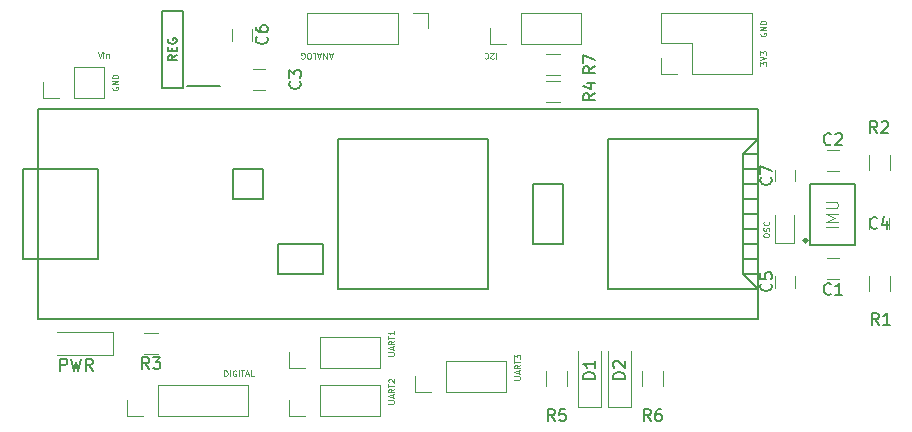
<source format=gbr>
G04 #@! TF.GenerationSoftware,KiCad,Pcbnew,(5.0.2)-1*
G04 #@! TF.CreationDate,2019-02-13T01:18:52+00:00*
G04 #@! TF.ProjectId,TeensyBikeShield,5465656e-7379-4426-996b-65536869656c,rev?*
G04 #@! TF.SameCoordinates,Original*
G04 #@! TF.FileFunction,Legend,Top*
G04 #@! TF.FilePolarity,Positive*
%FSLAX46Y46*%
G04 Gerber Fmt 4.6, Leading zero omitted, Abs format (unit mm)*
G04 Created by KiCad (PCBNEW (5.0.2)-1) date 13/02/2019 01:18:52*
%MOMM*%
%LPD*%
G01*
G04 APERTURE LIST*
%ADD10C,0.125000*%
%ADD11C,0.120000*%
%ADD12C,0.200000*%
%ADD13C,0.127000*%
%ADD14C,0.304800*%
%ADD15C,0.150000*%
%ADD16C,0.187500*%
%ADD17C,0.050000*%
G04 APERTURE END LIST*
D10*
X34294000Y-27304952D02*
X34270190Y-27352571D01*
X34270190Y-27424000D01*
X34294000Y-27495428D01*
X34341619Y-27543047D01*
X34389238Y-27566857D01*
X34484476Y-27590666D01*
X34555904Y-27590666D01*
X34651142Y-27566857D01*
X34698761Y-27543047D01*
X34746380Y-27495428D01*
X34770190Y-27424000D01*
X34770190Y-27376380D01*
X34746380Y-27304952D01*
X34722571Y-27281142D01*
X34555904Y-27281142D01*
X34555904Y-27376380D01*
X34770190Y-27066857D02*
X34270190Y-27066857D01*
X34770190Y-26781142D01*
X34270190Y-26781142D01*
X34770190Y-26543047D02*
X34270190Y-26543047D01*
X34270190Y-26424000D01*
X34294000Y-26352571D01*
X34341619Y-26304952D01*
X34389238Y-26281142D01*
X34484476Y-26257333D01*
X34555904Y-26257333D01*
X34651142Y-26281142D01*
X34698761Y-26304952D01*
X34746380Y-26352571D01*
X34770190Y-26424000D01*
X34770190Y-26543047D01*
X89158000Y-22732952D02*
X89134190Y-22780571D01*
X89134190Y-22852000D01*
X89158000Y-22923428D01*
X89205619Y-22971047D01*
X89253238Y-22994857D01*
X89348476Y-23018666D01*
X89419904Y-23018666D01*
X89515142Y-22994857D01*
X89562761Y-22971047D01*
X89610380Y-22923428D01*
X89634190Y-22852000D01*
X89634190Y-22804380D01*
X89610380Y-22732952D01*
X89586571Y-22709142D01*
X89419904Y-22709142D01*
X89419904Y-22804380D01*
X89634190Y-22494857D02*
X89134190Y-22494857D01*
X89634190Y-22209142D01*
X89134190Y-22209142D01*
X89634190Y-21971047D02*
X89134190Y-21971047D01*
X89134190Y-21852000D01*
X89158000Y-21780571D01*
X89205619Y-21732952D01*
X89253238Y-21709142D01*
X89348476Y-21685333D01*
X89419904Y-21685333D01*
X89515142Y-21709142D01*
X89562761Y-21732952D01*
X89610380Y-21780571D01*
X89634190Y-21852000D01*
X89634190Y-21971047D01*
X89134190Y-25511047D02*
X89134190Y-25201523D01*
X89324666Y-25368190D01*
X89324666Y-25296761D01*
X89348476Y-25249142D01*
X89372285Y-25225333D01*
X89419904Y-25201523D01*
X89538952Y-25201523D01*
X89586571Y-25225333D01*
X89610380Y-25249142D01*
X89634190Y-25296761D01*
X89634190Y-25439619D01*
X89610380Y-25487238D01*
X89586571Y-25511047D01*
X89134190Y-25058666D02*
X89634190Y-24892000D01*
X89134190Y-24725333D01*
X89134190Y-24606285D02*
X89134190Y-24296761D01*
X89324666Y-24463428D01*
X89324666Y-24392000D01*
X89348476Y-24344380D01*
X89372285Y-24320571D01*
X89419904Y-24296761D01*
X89538952Y-24296761D01*
X89586571Y-24320571D01*
X89610380Y-24344380D01*
X89634190Y-24392000D01*
X89634190Y-24534857D01*
X89610380Y-24582476D01*
X89586571Y-24606285D01*
D11*
G04 #@! TO.C,ANALOG*
X50740000Y-21022000D02*
X50740000Y-23682000D01*
X58420000Y-21022000D02*
X50740000Y-21022000D01*
X58420000Y-23682000D02*
X50740000Y-23682000D01*
X58420000Y-21022000D02*
X58420000Y-23682000D01*
X59690000Y-21022000D02*
X61020000Y-21022000D01*
X61020000Y-21022000D02*
X61020000Y-22352000D01*
G04 #@! TO.C,C1*
X95770000Y-41822000D02*
X94770000Y-41822000D01*
X94770000Y-43522000D02*
X95770000Y-43522000D01*
G04 #@! TO.C,C2*
X94770000Y-34378000D02*
X95770000Y-34378000D01*
X95770000Y-32678000D02*
X94770000Y-32678000D01*
G04 #@! TO.C,C3*
X46216000Y-27520000D02*
X47216000Y-27520000D01*
X47216000Y-25820000D02*
X46216000Y-25820000D01*
G04 #@! TO.C,C4*
X98337000Y-38362000D02*
X98337000Y-39362000D01*
X100037000Y-39362000D02*
X100037000Y-38362000D01*
G04 #@! TO.C,C5*
X90336000Y-43295000D02*
X90336000Y-44295000D01*
X92036000Y-44295000D02*
X92036000Y-43295000D01*
G04 #@! TO.C,C6*
X46062000Y-23380000D02*
X46062000Y-22380000D01*
X44362000Y-22380000D02*
X44362000Y-23380000D01*
G04 #@! TO.C,C7*
X90336000Y-34298000D02*
X90336000Y-35298000D01*
X92036000Y-35298000D02*
X92036000Y-34298000D01*
G04 #@! TO.C,D1*
X73726000Y-54376000D02*
X75626000Y-54376000D01*
X75626000Y-54376000D02*
X75626000Y-49676000D01*
X73726000Y-54376000D02*
X73726000Y-49676000D01*
G04 #@! TO.C,D2*
X76266000Y-54376000D02*
X76266000Y-49676000D01*
X78166000Y-54376000D02*
X78166000Y-49676000D01*
X76266000Y-54376000D02*
X78166000Y-54376000D01*
G04 #@! TO.C,DIGITAL*
X35500000Y-55178000D02*
X35500000Y-53848000D01*
X36830000Y-55178000D02*
X35500000Y-55178000D01*
X38100000Y-55178000D02*
X38100000Y-52518000D01*
X38100000Y-52518000D02*
X45780000Y-52518000D01*
X38100000Y-55178000D02*
X45780000Y-55178000D01*
X45780000Y-55178000D02*
X45780000Y-52518000D01*
G04 #@! TO.C,I2C*
X66234000Y-23682000D02*
X66234000Y-22352000D01*
X67564000Y-23682000D02*
X66234000Y-23682000D01*
X68834000Y-23682000D02*
X68834000Y-21022000D01*
X68834000Y-21022000D02*
X73974000Y-21022000D01*
X68834000Y-23682000D02*
X73974000Y-23682000D01*
X73974000Y-23682000D02*
X73974000Y-21022000D01*
D12*
G04 #@! TO.C,REG*
X40245000Y-27380000D02*
X38495000Y-27380000D01*
X38495000Y-27380000D02*
X38495000Y-20880000D01*
X38495000Y-20880000D02*
X40245000Y-20880000D01*
X40245000Y-20880000D02*
X40245000Y-27380000D01*
X43345000Y-27255000D02*
X40595000Y-27255000D01*
D13*
G04 #@! TO.C,IMU*
X93350000Y-40700000D02*
X97150000Y-40700000D01*
X97150000Y-40700000D02*
X97150000Y-35500000D01*
X97150000Y-35500000D02*
X93350000Y-35500000D01*
X93350000Y-35500000D02*
X93350000Y-40700000D01*
D14*
X93050000Y-40300000D02*
G75*
G03X93050000Y-40300000I-100000J0D01*
G01*
D11*
G04 #@! TO.C,OSC*
X91986000Y-40508000D02*
X91986000Y-38108000D01*
X90386000Y-40508000D02*
X91986000Y-40508000D01*
X90386000Y-38108000D02*
X90386000Y-40508000D01*
G04 #@! TO.C,Vin*
X28388000Y-28254000D02*
X28388000Y-26924000D01*
X29718000Y-28254000D02*
X28388000Y-28254000D01*
X30988000Y-28254000D02*
X30988000Y-25594000D01*
X30988000Y-25594000D02*
X33588000Y-25594000D01*
X30988000Y-28254000D02*
X33588000Y-28254000D01*
X33588000Y-28254000D02*
X33588000Y-25594000D01*
G04 #@! TO.C,PWR*
X34310000Y-49972000D02*
X29610000Y-49972000D01*
X34310000Y-48072000D02*
X29610000Y-48072000D01*
X34310000Y-49972000D02*
X34310000Y-48072000D01*
G04 #@! TO.C,R1*
X100067000Y-43342000D02*
X100067000Y-44542000D01*
X98307000Y-44542000D02*
X98307000Y-43342000D01*
G04 #@! TO.C,R2*
X100067000Y-33102000D02*
X100067000Y-34302000D01*
X98307000Y-34302000D02*
X98307000Y-33102000D01*
G04 #@! TO.C,R3*
X38145000Y-49902000D02*
X36945000Y-49902000D01*
X36945000Y-48142000D02*
X38145000Y-48142000D01*
G04 #@! TO.C,R4*
X72150520Y-28566000D02*
X70950520Y-28566000D01*
X70950520Y-26806000D02*
X72150520Y-26806000D01*
G04 #@! TO.C,R5*
X71002000Y-52590000D02*
X71002000Y-51390000D01*
X72762000Y-51390000D02*
X72762000Y-52590000D01*
G04 #@! TO.C,R6*
X80890000Y-51390000D02*
X80890000Y-52590000D01*
X79130000Y-52590000D02*
X79130000Y-51390000D01*
G04 #@! TO.C,R7*
X70948000Y-24520000D02*
X72148000Y-24520000D01*
X72148000Y-26280000D02*
X70948000Y-26280000D01*
D15*
G04 #@! TO.C,*
X44450000Y-34290000D02*
X44450000Y-36830000D01*
X44450000Y-36830000D02*
X46990000Y-36830000D01*
X46990000Y-36830000D02*
X46990000Y-34290000D01*
X46990000Y-34290000D02*
X44450000Y-34290000D01*
X52070000Y-43180000D02*
X48260000Y-43180000D01*
X48260000Y-43180000D02*
X48260000Y-40640000D01*
X48260000Y-40640000D02*
X52070000Y-40640000D01*
X52070000Y-40640000D02*
X52070000Y-43180000D01*
X66040000Y-44450000D02*
X66040000Y-31750000D01*
X53340000Y-31750000D02*
X53340000Y-44450000D01*
X53340000Y-44450000D02*
X66040000Y-44450000D01*
X53340000Y-31750000D02*
X66040000Y-31750000D01*
X87630000Y-43180000D02*
X88900000Y-43180000D01*
X87630000Y-41910000D02*
X88900000Y-41910000D01*
X87630000Y-40640000D02*
X88900000Y-40640000D01*
X87630000Y-39370000D02*
X88900000Y-39370000D01*
X87630000Y-38100000D02*
X88900000Y-38100000D01*
X87630000Y-36830000D02*
X88900000Y-36830000D01*
X87630000Y-35560000D02*
X88900000Y-35560000D01*
X87630000Y-34290000D02*
X88900000Y-34290000D01*
X87630000Y-33020000D02*
X88900000Y-33020000D01*
X88900000Y-44450000D02*
X87630000Y-43180000D01*
X87630000Y-43180000D02*
X87630000Y-33020000D01*
X87630000Y-33020000D02*
X88900000Y-31750000D01*
X88900000Y-31750000D02*
X76200000Y-31750000D01*
X76200000Y-31750000D02*
X76200000Y-44450000D01*
X76200000Y-44450000D02*
X88900000Y-44450000D01*
X88900000Y-29210000D02*
X27940000Y-29210000D01*
X27940000Y-46990000D02*
X88900000Y-46990000D01*
X27940000Y-41910000D02*
X26670000Y-41910000D01*
X26670000Y-41910000D02*
X26670000Y-34290000D01*
X26670000Y-34290000D02*
X27940000Y-34290000D01*
X33020000Y-41910000D02*
X33020000Y-34290000D01*
X33020000Y-34290000D02*
X27940000Y-34290000D01*
X33020000Y-41910000D02*
X27940000Y-41910000D01*
X72390000Y-35560000D02*
X72390000Y-40640000D01*
X72390000Y-40640000D02*
X69850000Y-40640000D01*
X69850000Y-40640000D02*
X69850000Y-35560000D01*
X69850000Y-35560000D02*
X72390000Y-35560000D01*
X88900000Y-29210000D02*
X88900000Y-46990000D01*
X27940000Y-46990000D02*
X27940000Y-29210000D01*
D11*
G04 #@! TO.C,UART1*
X56956000Y-51114000D02*
X56956000Y-48454000D01*
X51816000Y-51114000D02*
X56956000Y-51114000D01*
X51816000Y-48454000D02*
X56956000Y-48454000D01*
X51816000Y-51114000D02*
X51816000Y-48454000D01*
X50546000Y-51114000D02*
X49216000Y-51114000D01*
X49216000Y-51114000D02*
X49216000Y-49784000D01*
G04 #@! TO.C,UART2*
X49216000Y-55178000D02*
X49216000Y-53848000D01*
X50546000Y-55178000D02*
X49216000Y-55178000D01*
X51816000Y-55178000D02*
X51816000Y-52518000D01*
X51816000Y-52518000D02*
X56956000Y-52518000D01*
X51816000Y-55178000D02*
X56956000Y-55178000D01*
X56956000Y-55178000D02*
X56956000Y-52518000D01*
G04 #@! TO.C,UART3*
X67624000Y-53146000D02*
X67624000Y-50486000D01*
X62484000Y-53146000D02*
X67624000Y-53146000D01*
X62484000Y-50486000D02*
X67624000Y-50486000D01*
X62484000Y-53146000D02*
X62484000Y-50486000D01*
X61214000Y-53146000D02*
X59884000Y-53146000D01*
X59884000Y-53146000D02*
X59884000Y-51816000D01*
G04 #@! TO.C,*
X88452000Y-26222000D02*
X88452000Y-21022000D01*
X83312000Y-26222000D02*
X88452000Y-26222000D01*
X80712000Y-21022000D02*
X88452000Y-21022000D01*
X83312000Y-26222000D02*
X83312000Y-23622000D01*
X83312000Y-23622000D02*
X80712000Y-23622000D01*
X80712000Y-23622000D02*
X80712000Y-21022000D01*
X82042000Y-26222000D02*
X80712000Y-26222000D01*
X80712000Y-26222000D02*
X80712000Y-24892000D01*
D15*
G04 #@! TO.C,ANALOG*
D10*
X52871523Y-24554666D02*
X52633428Y-24554666D01*
X52919142Y-24411809D02*
X52752476Y-24911809D01*
X52585809Y-24411809D01*
X52419142Y-24411809D02*
X52419142Y-24911809D01*
X52133428Y-24411809D01*
X52133428Y-24911809D01*
X51919142Y-24554666D02*
X51681047Y-24554666D01*
X51966761Y-24411809D02*
X51800095Y-24911809D01*
X51633428Y-24411809D01*
X51228666Y-24411809D02*
X51466761Y-24411809D01*
X51466761Y-24911809D01*
X50966761Y-24911809D02*
X50871523Y-24911809D01*
X50823904Y-24888000D01*
X50776285Y-24840380D01*
X50752476Y-24745142D01*
X50752476Y-24578476D01*
X50776285Y-24483238D01*
X50823904Y-24435619D01*
X50871523Y-24411809D01*
X50966761Y-24411809D01*
X51014380Y-24435619D01*
X51062000Y-24483238D01*
X51085809Y-24578476D01*
X51085809Y-24745142D01*
X51062000Y-24840380D01*
X51014380Y-24888000D01*
X50966761Y-24911809D01*
X50276285Y-24888000D02*
X50323904Y-24911809D01*
X50395333Y-24911809D01*
X50466761Y-24888000D01*
X50514380Y-24840380D01*
X50538190Y-24792761D01*
X50562000Y-24697523D01*
X50562000Y-24626095D01*
X50538190Y-24530857D01*
X50514380Y-24483238D01*
X50466761Y-24435619D01*
X50395333Y-24411809D01*
X50347714Y-24411809D01*
X50276285Y-24435619D01*
X50252476Y-24459428D01*
X50252476Y-24626095D01*
X50347714Y-24626095D01*
G04 #@! TO.C,C1*
D15*
X95103333Y-44807142D02*
X95055714Y-44854761D01*
X94912857Y-44902380D01*
X94817619Y-44902380D01*
X94674761Y-44854761D01*
X94579523Y-44759523D01*
X94531904Y-44664285D01*
X94484285Y-44473809D01*
X94484285Y-44330952D01*
X94531904Y-44140476D01*
X94579523Y-44045238D01*
X94674761Y-43950000D01*
X94817619Y-43902380D01*
X94912857Y-43902380D01*
X95055714Y-43950000D01*
X95103333Y-43997619D01*
X96055714Y-44902380D02*
X95484285Y-44902380D01*
X95770000Y-44902380D02*
X95770000Y-43902380D01*
X95674761Y-44045238D01*
X95579523Y-44140476D01*
X95484285Y-44188095D01*
G04 #@! TO.C,C2*
X95103333Y-32135142D02*
X95055714Y-32182761D01*
X94912857Y-32230380D01*
X94817619Y-32230380D01*
X94674761Y-32182761D01*
X94579523Y-32087523D01*
X94531904Y-31992285D01*
X94484285Y-31801809D01*
X94484285Y-31658952D01*
X94531904Y-31468476D01*
X94579523Y-31373238D01*
X94674761Y-31278000D01*
X94817619Y-31230380D01*
X94912857Y-31230380D01*
X95055714Y-31278000D01*
X95103333Y-31325619D01*
X95484285Y-31325619D02*
X95531904Y-31278000D01*
X95627142Y-31230380D01*
X95865238Y-31230380D01*
X95960476Y-31278000D01*
X96008095Y-31325619D01*
X96055714Y-31420857D01*
X96055714Y-31516095D01*
X96008095Y-31658952D01*
X95436666Y-32230380D01*
X96055714Y-32230380D01*
G04 #@! TO.C,C3*
X50141142Y-26836666D02*
X50188761Y-26884285D01*
X50236380Y-27027142D01*
X50236380Y-27122380D01*
X50188761Y-27265238D01*
X50093523Y-27360476D01*
X49998285Y-27408095D01*
X49807809Y-27455714D01*
X49664952Y-27455714D01*
X49474476Y-27408095D01*
X49379238Y-27360476D01*
X49284000Y-27265238D01*
X49236380Y-27122380D01*
X49236380Y-27027142D01*
X49284000Y-26884285D01*
X49331619Y-26836666D01*
X49236380Y-26503333D02*
X49236380Y-25884285D01*
X49617333Y-26217619D01*
X49617333Y-26074761D01*
X49664952Y-25979523D01*
X49712571Y-25931904D01*
X49807809Y-25884285D01*
X50045904Y-25884285D01*
X50141142Y-25931904D01*
X50188761Y-25979523D01*
X50236380Y-26074761D01*
X50236380Y-26360476D01*
X50188761Y-26455714D01*
X50141142Y-26503333D01*
G04 #@! TO.C,C4*
X99020333Y-39219142D02*
X98972714Y-39266761D01*
X98829857Y-39314380D01*
X98734619Y-39314380D01*
X98591761Y-39266761D01*
X98496523Y-39171523D01*
X98448904Y-39076285D01*
X98401285Y-38885809D01*
X98401285Y-38742952D01*
X98448904Y-38552476D01*
X98496523Y-38457238D01*
X98591761Y-38362000D01*
X98734619Y-38314380D01*
X98829857Y-38314380D01*
X98972714Y-38362000D01*
X99020333Y-38409619D01*
X99877476Y-38647714D02*
X99877476Y-39314380D01*
X99639380Y-38266761D02*
X99401285Y-38981047D01*
X100020333Y-38981047D01*
G04 #@! TO.C,C5*
X90019142Y-43961666D02*
X90066761Y-44009285D01*
X90114380Y-44152142D01*
X90114380Y-44247380D01*
X90066761Y-44390238D01*
X89971523Y-44485476D01*
X89876285Y-44533095D01*
X89685809Y-44580714D01*
X89542952Y-44580714D01*
X89352476Y-44533095D01*
X89257238Y-44485476D01*
X89162000Y-44390238D01*
X89114380Y-44247380D01*
X89114380Y-44152142D01*
X89162000Y-44009285D01*
X89209619Y-43961666D01*
X89114380Y-43056904D02*
X89114380Y-43533095D01*
X89590571Y-43580714D01*
X89542952Y-43533095D01*
X89495333Y-43437857D01*
X89495333Y-43199761D01*
X89542952Y-43104523D01*
X89590571Y-43056904D01*
X89685809Y-43009285D01*
X89923904Y-43009285D01*
X90019142Y-43056904D01*
X90066761Y-43104523D01*
X90114380Y-43199761D01*
X90114380Y-43437857D01*
X90066761Y-43533095D01*
X90019142Y-43580714D01*
G04 #@! TO.C,C6*
X47319142Y-23046666D02*
X47366761Y-23094285D01*
X47414380Y-23237142D01*
X47414380Y-23332380D01*
X47366761Y-23475238D01*
X47271523Y-23570476D01*
X47176285Y-23618095D01*
X46985809Y-23665714D01*
X46842952Y-23665714D01*
X46652476Y-23618095D01*
X46557238Y-23570476D01*
X46462000Y-23475238D01*
X46414380Y-23332380D01*
X46414380Y-23237142D01*
X46462000Y-23094285D01*
X46509619Y-23046666D01*
X46414380Y-22189523D02*
X46414380Y-22380000D01*
X46462000Y-22475238D01*
X46509619Y-22522857D01*
X46652476Y-22618095D01*
X46842952Y-22665714D01*
X47223904Y-22665714D01*
X47319142Y-22618095D01*
X47366761Y-22570476D01*
X47414380Y-22475238D01*
X47414380Y-22284761D01*
X47366761Y-22189523D01*
X47319142Y-22141904D01*
X47223904Y-22094285D01*
X46985809Y-22094285D01*
X46890571Y-22141904D01*
X46842952Y-22189523D01*
X46795333Y-22284761D01*
X46795333Y-22475238D01*
X46842952Y-22570476D01*
X46890571Y-22618095D01*
X46985809Y-22665714D01*
G04 #@! TO.C,C7*
X90019142Y-34964666D02*
X90066761Y-35012285D01*
X90114380Y-35155142D01*
X90114380Y-35250380D01*
X90066761Y-35393238D01*
X89971523Y-35488476D01*
X89876285Y-35536095D01*
X89685809Y-35583714D01*
X89542952Y-35583714D01*
X89352476Y-35536095D01*
X89257238Y-35488476D01*
X89162000Y-35393238D01*
X89114380Y-35250380D01*
X89114380Y-35155142D01*
X89162000Y-35012285D01*
X89209619Y-34964666D01*
X89114380Y-34631333D02*
X89114380Y-33964666D01*
X90114380Y-34393238D01*
G04 #@! TO.C,D1*
X75128380Y-52014095D02*
X74128380Y-52014095D01*
X74128380Y-51776000D01*
X74176000Y-51633142D01*
X74271238Y-51537904D01*
X74366476Y-51490285D01*
X74556952Y-51442666D01*
X74699809Y-51442666D01*
X74890285Y-51490285D01*
X74985523Y-51537904D01*
X75080761Y-51633142D01*
X75128380Y-51776000D01*
X75128380Y-52014095D01*
X75128380Y-50490285D02*
X75128380Y-51061714D01*
X75128380Y-50776000D02*
X74128380Y-50776000D01*
X74271238Y-50871238D01*
X74366476Y-50966476D01*
X74414095Y-51061714D01*
G04 #@! TO.C,D2*
X77668380Y-52014095D02*
X76668380Y-52014095D01*
X76668380Y-51776000D01*
X76716000Y-51633142D01*
X76811238Y-51537904D01*
X76906476Y-51490285D01*
X77096952Y-51442666D01*
X77239809Y-51442666D01*
X77430285Y-51490285D01*
X77525523Y-51537904D01*
X77620761Y-51633142D01*
X77668380Y-51776000D01*
X77668380Y-52014095D01*
X76763619Y-51061714D02*
X76716000Y-51014095D01*
X76668380Y-50918857D01*
X76668380Y-50680761D01*
X76716000Y-50585523D01*
X76763619Y-50537904D01*
X76858857Y-50490285D01*
X76954095Y-50490285D01*
X77096952Y-50537904D01*
X77668380Y-51109333D01*
X77668380Y-50490285D01*
G04 #@! TO.C,DIGITAL*
D10*
X43731809Y-51788190D02*
X43731809Y-51288190D01*
X43850857Y-51288190D01*
X43922285Y-51312000D01*
X43969904Y-51359619D01*
X43993714Y-51407238D01*
X44017523Y-51502476D01*
X44017523Y-51573904D01*
X43993714Y-51669142D01*
X43969904Y-51716761D01*
X43922285Y-51764380D01*
X43850857Y-51788190D01*
X43731809Y-51788190D01*
X44231809Y-51788190D02*
X44231809Y-51288190D01*
X44731809Y-51312000D02*
X44684190Y-51288190D01*
X44612761Y-51288190D01*
X44541333Y-51312000D01*
X44493714Y-51359619D01*
X44469904Y-51407238D01*
X44446095Y-51502476D01*
X44446095Y-51573904D01*
X44469904Y-51669142D01*
X44493714Y-51716761D01*
X44541333Y-51764380D01*
X44612761Y-51788190D01*
X44660380Y-51788190D01*
X44731809Y-51764380D01*
X44755619Y-51740571D01*
X44755619Y-51573904D01*
X44660380Y-51573904D01*
X44969904Y-51788190D02*
X44969904Y-51288190D01*
X45136571Y-51288190D02*
X45422285Y-51288190D01*
X45279428Y-51788190D02*
X45279428Y-51288190D01*
X45565142Y-51645333D02*
X45803238Y-51645333D01*
X45517523Y-51788190D02*
X45684190Y-51288190D01*
X45850857Y-51788190D01*
X46255619Y-51788190D02*
X46017523Y-51788190D01*
X46017523Y-51288190D01*
G04 #@! TO.C,I2C*
X66782095Y-24411809D02*
X66782095Y-24911809D01*
X66567809Y-24864190D02*
X66544000Y-24888000D01*
X66496380Y-24911809D01*
X66377333Y-24911809D01*
X66329714Y-24888000D01*
X66305904Y-24864190D01*
X66282095Y-24816571D01*
X66282095Y-24768952D01*
X66305904Y-24697523D01*
X66591619Y-24411809D01*
X66282095Y-24411809D01*
X65782095Y-24459428D02*
X65805904Y-24435619D01*
X65877333Y-24411809D01*
X65924952Y-24411809D01*
X65996380Y-24435619D01*
X66044000Y-24483238D01*
X66067809Y-24530857D01*
X66091619Y-24626095D01*
X66091619Y-24697523D01*
X66067809Y-24792761D01*
X66044000Y-24840380D01*
X65996380Y-24888000D01*
X65924952Y-24911809D01*
X65877333Y-24911809D01*
X65805904Y-24888000D01*
X65782095Y-24864190D01*
G04 #@! TO.C,REG*
D16*
X39709285Y-24612142D02*
X39352142Y-24862142D01*
X39709285Y-25040714D02*
X38959285Y-25040714D01*
X38959285Y-24755000D01*
X38995000Y-24683571D01*
X39030714Y-24647857D01*
X39102142Y-24612142D01*
X39209285Y-24612142D01*
X39280714Y-24647857D01*
X39316428Y-24683571D01*
X39352142Y-24755000D01*
X39352142Y-25040714D01*
X39316428Y-24290714D02*
X39316428Y-24040714D01*
X39709285Y-23933571D02*
X39709285Y-24290714D01*
X38959285Y-24290714D01*
X38959285Y-23933571D01*
X38995000Y-23219285D02*
X38959285Y-23290714D01*
X38959285Y-23397857D01*
X38995000Y-23505000D01*
X39066428Y-23576428D01*
X39137857Y-23612142D01*
X39280714Y-23647857D01*
X39387857Y-23647857D01*
X39530714Y-23612142D01*
X39602142Y-23576428D01*
X39673571Y-23505000D01*
X39709285Y-23397857D01*
X39709285Y-23326428D01*
X39673571Y-23219285D01*
X39637857Y-23183571D01*
X39387857Y-23183571D01*
X39387857Y-23326428D01*
G04 #@! TO.C,IMU*
D17*
X95702837Y-39196344D02*
X94701827Y-39196344D01*
X95702837Y-38719672D02*
X94701827Y-38719672D01*
X95416835Y-38386002D01*
X94701827Y-38052332D01*
X95702837Y-38052332D01*
X94701827Y-37575661D02*
X95512169Y-37575661D01*
X95607503Y-37527994D01*
X95655170Y-37480327D01*
X95702837Y-37384992D01*
X95702837Y-37194324D01*
X95655170Y-37098990D01*
X95607503Y-37051322D01*
X95512169Y-37003655D01*
X94701827Y-37003655D01*
G04 #@! TO.C,OSC*
D10*
X89388190Y-39905714D02*
X89388190Y-39810476D01*
X89412000Y-39762857D01*
X89459619Y-39715238D01*
X89554857Y-39691428D01*
X89721523Y-39691428D01*
X89816761Y-39715238D01*
X89864380Y-39762857D01*
X89888190Y-39810476D01*
X89888190Y-39905714D01*
X89864380Y-39953333D01*
X89816761Y-40000952D01*
X89721523Y-40024761D01*
X89554857Y-40024761D01*
X89459619Y-40000952D01*
X89412000Y-39953333D01*
X89388190Y-39905714D01*
X89864380Y-39500952D02*
X89888190Y-39429523D01*
X89888190Y-39310476D01*
X89864380Y-39262857D01*
X89840571Y-39239047D01*
X89792952Y-39215238D01*
X89745333Y-39215238D01*
X89697714Y-39239047D01*
X89673904Y-39262857D01*
X89650095Y-39310476D01*
X89626285Y-39405714D01*
X89602476Y-39453333D01*
X89578666Y-39477142D01*
X89531047Y-39500952D01*
X89483428Y-39500952D01*
X89435809Y-39477142D01*
X89412000Y-39453333D01*
X89388190Y-39405714D01*
X89388190Y-39286666D01*
X89412000Y-39215238D01*
X89840571Y-38715238D02*
X89864380Y-38739047D01*
X89888190Y-38810476D01*
X89888190Y-38858095D01*
X89864380Y-38929523D01*
X89816761Y-38977142D01*
X89769142Y-39000952D01*
X89673904Y-39024761D01*
X89602476Y-39024761D01*
X89507238Y-39000952D01*
X89459619Y-38977142D01*
X89412000Y-38929523D01*
X89388190Y-38858095D01*
X89388190Y-38810476D01*
X89412000Y-38739047D01*
X89435809Y-38715238D01*
G04 #@! TO.C,Vin*
X33016095Y-24364190D02*
X33182761Y-24864190D01*
X33349428Y-24364190D01*
X33516095Y-24864190D02*
X33516095Y-24530857D01*
X33516095Y-24364190D02*
X33492285Y-24388000D01*
X33516095Y-24411809D01*
X33539904Y-24388000D01*
X33516095Y-24364190D01*
X33516095Y-24411809D01*
X33754190Y-24530857D02*
X33754190Y-24864190D01*
X33754190Y-24578476D02*
X33778000Y-24554666D01*
X33825619Y-24530857D01*
X33897047Y-24530857D01*
X33944666Y-24554666D01*
X33968476Y-24602285D01*
X33968476Y-24864190D01*
G04 #@! TO.C,PWR*
D15*
X29876666Y-51324380D02*
X29876666Y-50324380D01*
X30257619Y-50324380D01*
X30352857Y-50372000D01*
X30400476Y-50419619D01*
X30448095Y-50514857D01*
X30448095Y-50657714D01*
X30400476Y-50752952D01*
X30352857Y-50800571D01*
X30257619Y-50848190D01*
X29876666Y-50848190D01*
X30781428Y-50324380D02*
X31019523Y-51324380D01*
X31210000Y-50610095D01*
X31400476Y-51324380D01*
X31638571Y-50324380D01*
X32590952Y-51324380D02*
X32257619Y-50848190D01*
X32019523Y-51324380D02*
X32019523Y-50324380D01*
X32400476Y-50324380D01*
X32495714Y-50372000D01*
X32543333Y-50419619D01*
X32590952Y-50514857D01*
X32590952Y-50657714D01*
X32543333Y-50752952D01*
X32495714Y-50800571D01*
X32400476Y-50848190D01*
X32019523Y-50848190D01*
G04 #@! TO.C,R1*
X99147333Y-47442380D02*
X98814000Y-46966190D01*
X98575904Y-47442380D02*
X98575904Y-46442380D01*
X98956857Y-46442380D01*
X99052095Y-46490000D01*
X99099714Y-46537619D01*
X99147333Y-46632857D01*
X99147333Y-46775714D01*
X99099714Y-46870952D01*
X99052095Y-46918571D01*
X98956857Y-46966190D01*
X98575904Y-46966190D01*
X100099714Y-47442380D02*
X99528285Y-47442380D01*
X99814000Y-47442380D02*
X99814000Y-46442380D01*
X99718761Y-46585238D01*
X99623523Y-46680476D01*
X99528285Y-46728095D01*
G04 #@! TO.C,R2*
X99020333Y-31186380D02*
X98687000Y-30710190D01*
X98448904Y-31186380D02*
X98448904Y-30186380D01*
X98829857Y-30186380D01*
X98925095Y-30234000D01*
X98972714Y-30281619D01*
X99020333Y-30376857D01*
X99020333Y-30519714D01*
X98972714Y-30614952D01*
X98925095Y-30662571D01*
X98829857Y-30710190D01*
X98448904Y-30710190D01*
X99401285Y-30281619D02*
X99448904Y-30234000D01*
X99544142Y-30186380D01*
X99782238Y-30186380D01*
X99877476Y-30234000D01*
X99925095Y-30281619D01*
X99972714Y-30376857D01*
X99972714Y-30472095D01*
X99925095Y-30614952D01*
X99353666Y-31186380D01*
X99972714Y-31186380D01*
G04 #@! TO.C,R3*
X37378333Y-51174380D02*
X37045000Y-50698190D01*
X36806904Y-51174380D02*
X36806904Y-50174380D01*
X37187857Y-50174380D01*
X37283095Y-50222000D01*
X37330714Y-50269619D01*
X37378333Y-50364857D01*
X37378333Y-50507714D01*
X37330714Y-50602952D01*
X37283095Y-50650571D01*
X37187857Y-50698190D01*
X36806904Y-50698190D01*
X37711666Y-50174380D02*
X38330714Y-50174380D01*
X37997380Y-50555333D01*
X38140238Y-50555333D01*
X38235476Y-50602952D01*
X38283095Y-50650571D01*
X38330714Y-50745809D01*
X38330714Y-50983904D01*
X38283095Y-51079142D01*
X38235476Y-51126761D01*
X38140238Y-51174380D01*
X37854523Y-51174380D01*
X37759285Y-51126761D01*
X37711666Y-51079142D01*
G04 #@! TO.C,R4*
X75128380Y-27852666D02*
X74652190Y-28186000D01*
X75128380Y-28424095D02*
X74128380Y-28424095D01*
X74128380Y-28043142D01*
X74176000Y-27947904D01*
X74223619Y-27900285D01*
X74318857Y-27852666D01*
X74461714Y-27852666D01*
X74556952Y-27900285D01*
X74604571Y-27947904D01*
X74652190Y-28043142D01*
X74652190Y-28424095D01*
X74461714Y-26995523D02*
X75128380Y-26995523D01*
X74080761Y-27233619D02*
X74795047Y-27471714D01*
X74795047Y-26852666D01*
G04 #@! TO.C,R5*
X71715333Y-55570380D02*
X71382000Y-55094190D01*
X71143904Y-55570380D02*
X71143904Y-54570380D01*
X71524857Y-54570380D01*
X71620095Y-54618000D01*
X71667714Y-54665619D01*
X71715333Y-54760857D01*
X71715333Y-54903714D01*
X71667714Y-54998952D01*
X71620095Y-55046571D01*
X71524857Y-55094190D01*
X71143904Y-55094190D01*
X72620095Y-54570380D02*
X72143904Y-54570380D01*
X72096285Y-55046571D01*
X72143904Y-54998952D01*
X72239142Y-54951333D01*
X72477238Y-54951333D01*
X72572476Y-54998952D01*
X72620095Y-55046571D01*
X72667714Y-55141809D01*
X72667714Y-55379904D01*
X72620095Y-55475142D01*
X72572476Y-55522761D01*
X72477238Y-55570380D01*
X72239142Y-55570380D01*
X72143904Y-55522761D01*
X72096285Y-55475142D01*
G04 #@! TO.C,R6*
X79843333Y-55570380D02*
X79510000Y-55094190D01*
X79271904Y-55570380D02*
X79271904Y-54570380D01*
X79652857Y-54570380D01*
X79748095Y-54618000D01*
X79795714Y-54665619D01*
X79843333Y-54760857D01*
X79843333Y-54903714D01*
X79795714Y-54998952D01*
X79748095Y-55046571D01*
X79652857Y-55094190D01*
X79271904Y-55094190D01*
X80700476Y-54570380D02*
X80510000Y-54570380D01*
X80414761Y-54618000D01*
X80367142Y-54665619D01*
X80271904Y-54808476D01*
X80224285Y-54998952D01*
X80224285Y-55379904D01*
X80271904Y-55475142D01*
X80319523Y-55522761D01*
X80414761Y-55570380D01*
X80605238Y-55570380D01*
X80700476Y-55522761D01*
X80748095Y-55475142D01*
X80795714Y-55379904D01*
X80795714Y-55141809D01*
X80748095Y-55046571D01*
X80700476Y-54998952D01*
X80605238Y-54951333D01*
X80414761Y-54951333D01*
X80319523Y-54998952D01*
X80271904Y-55046571D01*
X80224285Y-55141809D01*
G04 #@! TO.C,R7*
X75128380Y-25566666D02*
X74652190Y-25900000D01*
X75128380Y-26138095D02*
X74128380Y-26138095D01*
X74128380Y-25757142D01*
X74176000Y-25661904D01*
X74223619Y-25614285D01*
X74318857Y-25566666D01*
X74461714Y-25566666D01*
X74556952Y-25614285D01*
X74604571Y-25661904D01*
X74652190Y-25757142D01*
X74652190Y-26138095D01*
X74128380Y-25233333D02*
X74128380Y-24566666D01*
X75128380Y-24995238D01*
G04 #@! TO.C,*
G04 #@! TO.C,UART1*
D10*
X57638190Y-50057714D02*
X58042952Y-50057714D01*
X58090571Y-50033904D01*
X58114380Y-50010095D01*
X58138190Y-49962476D01*
X58138190Y-49867238D01*
X58114380Y-49819619D01*
X58090571Y-49795809D01*
X58042952Y-49772000D01*
X57638190Y-49772000D01*
X57995333Y-49557714D02*
X57995333Y-49319619D01*
X58138190Y-49605333D02*
X57638190Y-49438666D01*
X58138190Y-49272000D01*
X58138190Y-48819619D02*
X57900095Y-48986285D01*
X58138190Y-49105333D02*
X57638190Y-49105333D01*
X57638190Y-48914857D01*
X57662000Y-48867238D01*
X57685809Y-48843428D01*
X57733428Y-48819619D01*
X57804857Y-48819619D01*
X57852476Y-48843428D01*
X57876285Y-48867238D01*
X57900095Y-48914857D01*
X57900095Y-49105333D01*
X57638190Y-48676761D02*
X57638190Y-48391047D01*
X58138190Y-48533904D02*
X57638190Y-48533904D01*
X58138190Y-47962476D02*
X58138190Y-48248190D01*
X58138190Y-48105333D02*
X57638190Y-48105333D01*
X57709619Y-48152952D01*
X57757238Y-48200571D01*
X57781047Y-48248190D01*
G04 #@! TO.C,UART2*
X57638190Y-54121714D02*
X58042952Y-54121714D01*
X58090571Y-54097904D01*
X58114380Y-54074095D01*
X58138190Y-54026476D01*
X58138190Y-53931238D01*
X58114380Y-53883619D01*
X58090571Y-53859809D01*
X58042952Y-53836000D01*
X57638190Y-53836000D01*
X57995333Y-53621714D02*
X57995333Y-53383619D01*
X58138190Y-53669333D02*
X57638190Y-53502666D01*
X58138190Y-53336000D01*
X58138190Y-52883619D02*
X57900095Y-53050285D01*
X58138190Y-53169333D02*
X57638190Y-53169333D01*
X57638190Y-52978857D01*
X57662000Y-52931238D01*
X57685809Y-52907428D01*
X57733428Y-52883619D01*
X57804857Y-52883619D01*
X57852476Y-52907428D01*
X57876285Y-52931238D01*
X57900095Y-52978857D01*
X57900095Y-53169333D01*
X57638190Y-52740761D02*
X57638190Y-52455047D01*
X58138190Y-52597904D02*
X57638190Y-52597904D01*
X57685809Y-52312190D02*
X57662000Y-52288380D01*
X57638190Y-52240761D01*
X57638190Y-52121714D01*
X57662000Y-52074095D01*
X57685809Y-52050285D01*
X57733428Y-52026476D01*
X57781047Y-52026476D01*
X57852476Y-52050285D01*
X58138190Y-52336000D01*
X58138190Y-52026476D01*
G04 #@! TO.C,UART3*
X68306190Y-52089714D02*
X68710952Y-52089714D01*
X68758571Y-52065904D01*
X68782380Y-52042095D01*
X68806190Y-51994476D01*
X68806190Y-51899238D01*
X68782380Y-51851619D01*
X68758571Y-51827809D01*
X68710952Y-51804000D01*
X68306190Y-51804000D01*
X68663333Y-51589714D02*
X68663333Y-51351619D01*
X68806190Y-51637333D02*
X68306190Y-51470666D01*
X68806190Y-51304000D01*
X68806190Y-50851619D02*
X68568095Y-51018285D01*
X68806190Y-51137333D02*
X68306190Y-51137333D01*
X68306190Y-50946857D01*
X68330000Y-50899238D01*
X68353809Y-50875428D01*
X68401428Y-50851619D01*
X68472857Y-50851619D01*
X68520476Y-50875428D01*
X68544285Y-50899238D01*
X68568095Y-50946857D01*
X68568095Y-51137333D01*
X68306190Y-50708761D02*
X68306190Y-50423047D01*
X68806190Y-50565904D02*
X68306190Y-50565904D01*
X68306190Y-50304000D02*
X68306190Y-49994476D01*
X68496666Y-50161142D01*
X68496666Y-50089714D01*
X68520476Y-50042095D01*
X68544285Y-50018285D01*
X68591904Y-49994476D01*
X68710952Y-49994476D01*
X68758571Y-50018285D01*
X68782380Y-50042095D01*
X68806190Y-50089714D01*
X68806190Y-50232571D01*
X68782380Y-50280190D01*
X68758571Y-50304000D01*
G04 #@! TO.C,*
D15*
G04 #@! TD*
M02*

</source>
